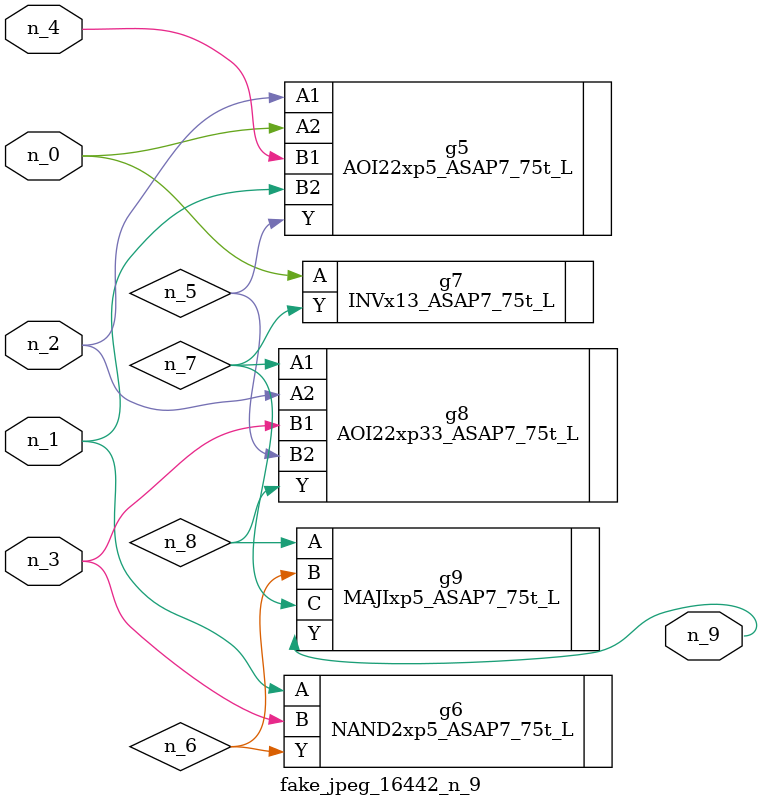
<source format=v>
module fake_jpeg_16442_n_9 (n_3, n_2, n_1, n_0, n_4, n_9);

input n_3;
input n_2;
input n_1;
input n_0;
input n_4;

output n_9;

wire n_8;
wire n_6;
wire n_5;
wire n_7;

AOI22xp5_ASAP7_75t_L g5 ( 
.A1(n_2),
.A2(n_0),
.B1(n_4),
.B2(n_1),
.Y(n_5)
);

NAND2xp5_ASAP7_75t_L g6 ( 
.A(n_1),
.B(n_3),
.Y(n_6)
);

INVx13_ASAP7_75t_L g7 ( 
.A(n_0),
.Y(n_7)
);

AOI22xp33_ASAP7_75t_L g8 ( 
.A1(n_7),
.A2(n_2),
.B1(n_3),
.B2(n_5),
.Y(n_8)
);

MAJIxp5_ASAP7_75t_L g9 ( 
.A(n_8),
.B(n_6),
.C(n_7),
.Y(n_9)
);


endmodule
</source>
